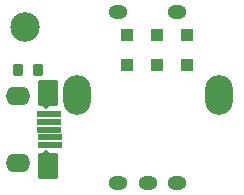
<source format=gbr>
%TF.GenerationSoftware,Altium Limited,Altium Designer,20.1.8 (145)*%
G04 Layer_Color=417716*
%FSLAX44Y44*%
%MOMM*%
%TF.SameCoordinates,E4642572-F947-42A3-9A2D-1DA0FD0549A1*%
%TF.FilePolarity,Negative*%
%TF.FileFunction,Soldermask,Bot*%
%TF.Part,Single*%
G01*
G75*
%TA.AperFunction,SMDPad,CuDef*%
G04:AMPARAMS|DCode=35|XSize=1mm|YSize=0.8mm|CornerRadius=0.0535mm|HoleSize=0mm|Usage=FLASHONLY|Rotation=90.000|XOffset=0mm|YOffset=0mm|HoleType=Round|Shape=RoundedRectangle|*
%AMROUNDEDRECTD35*
21,1,1.0000,0.6930,0,0,90.0*
21,1,0.8930,0.8000,0,0,90.0*
1,1,0.1070,0.3465,0.4465*
1,1,0.1070,0.3465,-0.4465*
1,1,0.1070,-0.3465,-0.4465*
1,1,0.1070,-0.3465,0.4465*
%
%ADD35ROUNDEDRECTD35*%
G04:AMPARAMS|DCode=36|XSize=2.2mm|YSize=1.7mm|CornerRadius=0.058mm|HoleSize=0mm|Usage=FLASHONLY|Rotation=90.000|XOffset=0mm|YOffset=0mm|HoleType=Round|Shape=RoundedRectangle|*
%AMROUNDEDRECTD36*
21,1,2.2000,1.5840,0,0,90.0*
21,1,2.0840,1.7000,0,0,90.0*
1,1,0.1160,0.7920,1.0420*
1,1,0.1160,0.7920,-1.0420*
1,1,0.1160,-0.7920,-1.0420*
1,1,0.1160,-0.7920,1.0420*
%
%ADD36ROUNDEDRECTD36*%
G04:AMPARAMS|DCode=37|XSize=0.5mm|YSize=2.1mm|CornerRadius=0.052mm|HoleSize=0mm|Usage=FLASHONLY|Rotation=90.000|XOffset=0mm|YOffset=0mm|HoleType=Round|Shape=RoundedRectangle|*
%AMROUNDEDRECTD37*
21,1,0.5000,1.9960,0,0,90.0*
21,1,0.3960,2.1000,0,0,90.0*
1,1,0.1040,0.9980,0.1980*
1,1,0.1040,0.9980,-0.1980*
1,1,0.1040,-0.9980,-0.1980*
1,1,0.1040,-0.9980,0.1980*
%
%ADD37ROUNDEDRECTD37*%
%TA.AperFunction,ComponentPad*%
%ADD38C,0.5000*%
%ADD39O,2.1000X1.6000*%
G04:AMPARAMS|DCode=40|XSize=1.1mm|YSize=1.1mm|CornerRadius=0.055mm|HoleSize=0mm|Usage=FLASHONLY|Rotation=0.000|XOffset=0mm|YOffset=0mm|HoleType=Round|Shape=RoundedRectangle|*
%AMROUNDEDRECTD40*
21,1,1.1000,0.9900,0,0,0.0*
21,1,0.9900,1.1000,0,0,0.0*
1,1,0.1100,0.4950,-0.4950*
1,1,0.1100,-0.4950,-0.4950*
1,1,0.1100,-0.4950,0.4950*
1,1,0.1100,0.4950,0.4950*
%
%ADD40ROUNDEDRECTD40*%
G04:AMPARAMS|DCode=41|XSize=2.35mm|YSize=3.35mm|CornerRadius=1.175mm|HoleSize=0mm|Usage=FLASHONLY|Rotation=180.000|XOffset=0mm|YOffset=0mm|HoleType=Round|Shape=RoundedRectangle|*
%AMROUNDEDRECTD41*
21,1,2.3500,1.0000,0,0,180.0*
21,1,0.0000,3.3500,0,0,180.0*
1,1,2.3500,0.0000,0.5000*
1,1,2.3500,0.0000,0.5000*
1,1,2.3500,0.0000,-0.5000*
1,1,2.3500,0.0000,-0.5000*
%
%ADD41ROUNDEDRECTD41*%
%ADD42O,2.3500X3.3500*%
%ADD43O,1.6000X1.2000*%
%TA.AperFunction,WasherPad*%
%ADD44C,2.5000*%
D35*
X10044570Y10103635D02*
D03*
X10061070D02*
D03*
D36*
X10070081Y10083784D02*
D03*
Y10021784D02*
D03*
D37*
X10070831Y10065784D02*
D03*
Y10059284D02*
D03*
Y10052784D02*
D03*
X10071080Y10039785D02*
D03*
Y10046284D02*
D03*
D38*
X10068080Y10032784D02*
D03*
Y10072784D02*
D03*
D39*
X10044581Y10081085D02*
D03*
Y10024484D02*
D03*
D40*
X10187476Y10107590D02*
D03*
X10162076D02*
D03*
X10136677D02*
D03*
X10187476Y10132990D02*
D03*
X10136677D02*
D03*
X10162076D02*
D03*
D41*
X10214232Y10082476D02*
D03*
D42*
X10094232D02*
D03*
D43*
X10129232Y10152476D02*
D03*
X10179232D02*
D03*
X10154232Y10007476D02*
D03*
X10129232D02*
D03*
X10179232D02*
D03*
D44*
X10050000Y10140000D02*
D03*
%TF.MD5,e336c1a386363f237ee748912a84b523*%
M02*

</source>
